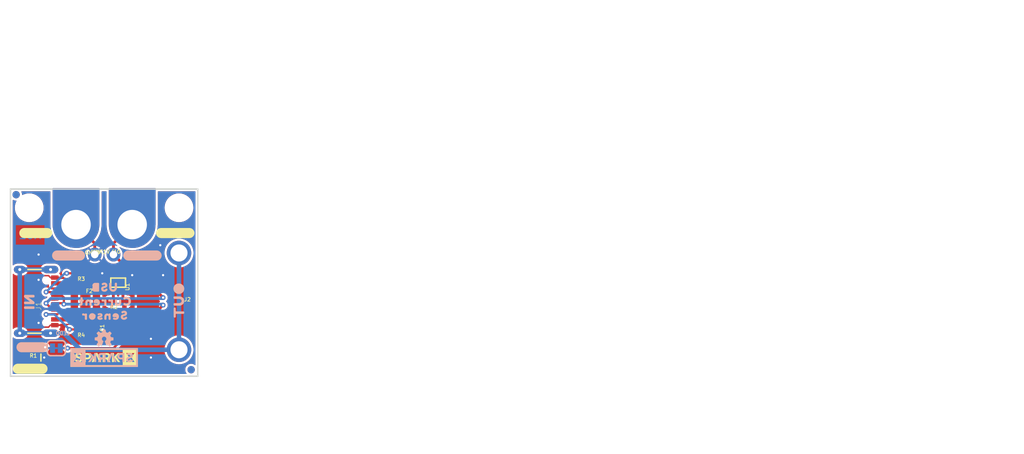
<source format=kicad_pcb>
(kicad_pcb (version 20211014) (generator pcbnew)
  (layers (0 "F.Cu" signal) (31 "B.Cu" signal) (34 "B.Paste" user) (35 "F.Paste" user) (36 "B.SilkS" user "B.Silkscreen") (37 "F.SilkS" user "F.Silkscreen") (38 "B.Mask" user) (39 "F.Mask" user) (44 "Edge.Cuts" user))
  (net 0 "")
  (net 1 "GND")
  (net 2 "N$3")
  (net 3 "N$4")
  (net 4 "VOUT")
  (net 5 "5V")
  (net 6 "USB_D-")
  (net 7 "USB_D+")
  (net 8 "N$10")
  (net 9 "N$11")
  (net 10 "N$19")
  (net 11 "SHLD")
  (net 12 "1V/A")
  (footprint "eagleBoard:0603" (layer "F.Cu") (at 149.5171 110.5916 -90)
    (fp_text reference "C1" (at 0 1.27 90) (layer "F.SilkS") (effects (font (size 0.512064 0.512064) (thickness 0.097536)) (justify right)))
    (fp_text value "0.1uF" hide)
    (pad "1" smd roundrect (at -0.85 0 270) (size 1.1 1) (layers "F.Cu" "F.Paste" "F.Mask") (roundrect_rratio 0.0508) (net 5 "5V"))
    (pad "2" smd roundrect (at 0.85 0 270) (size 1.1 1) (layers "F.Cu" "F.Paste" "F.Mask") (roundrect_rratio 0.0508) (net 1 "GND"))
  )
  (footprint "eagleBoard:#1V#A#0" (layer "F.Cu") (at 158.1531 98.2726)
    (fp_text reference "U$5" hide)
    (fp_text value "" hide)
  )
  (footprint "eagleBoard:SC70" (layer "F.Cu") (at 150.4061 105.0036 180)
    (fp_text reference "U1" (at -1.27 0 90) (layer "F.SilkS") (effects (font (size 0.512064 0.512064) (thickness 0.097536)) (justify right)))
    (fp_text value "INA290A1(20V/V)" hide)
    (pad "1" smd roundrect (at -0.65 0.825 180) (size 0.4 0.75) (layers "F.Cu" "F.Mask") (roundrect_rratio 0.127) (net 12 "1V/A"))
    (pad "2" smd roundrect (at 0 0.825 180) (size 0.4 0.75) (layers "F.Cu" "F.Mask") (roundrect_rratio 0.127) (net 1 "GND"))
    (pad "3" smd roundrect (at 0.65 0.825 180) (size 0.4 0.75) (layers "F.Cu" "F.Mask") (roundrect_rratio 0.127) (net 5 "5V"))
    (pad "4" smd roundrect (at 0.65 -0.825 180) (size 0.4 0.75) (layers "F.Cu" "F.Mask") (roundrect_rratio 0.127) (net 5 "5V"))
    (pad "5" smd roundrect (at -0.65 -0.825 180) (size 0.4 0.75) (layers "F.Cu" "F.Mask") (roundrect_rratio 0.127) (net 4 "VOUT"))
  )
  (footprint "eagleBoard:SPARKX-MEDIUM" (layer "F.Cu") (at 148.5011 115.1636)
    (fp_text reference "U$1" hide)
    (fp_text value "SPARKX-LOGO4" hide)
  )
  (footprint "eagleBoard:1210" (layer "F.Cu") (at 145.9611 107.5436)
    (fp_text reference "F2" (at 0 -1.397) (layer "F.SilkS") (effects (font (size 0.512064 0.512064) (thickness 0.097536)) (justify left)))
    (fp_text value "6V/2A")
    (pad "1" smd roundrect (at -1.5 0) (size 1 2.8) (layers "F.Cu" "F.Paste" "F.Mask") (roundrect_rratio 0.0508) (net 10 "N$19"))
    (pad "2" smd roundrect (at 1.5 0) (size 1 2.8) (layers "F.Cu" "F.Paste" "F.Mask") (roundrect_rratio 0.0508) (net 5 "5V"))
  )
  (footprint "eagleBoard:FIDUCIAL-1X2" (layer "F.Cu") (at 160.3121 116.8146)
    (fp_text reference "JP2" hide)
    (fp_text value "FIDUCIAL1X2" hide)
    (pad "1" smd roundrect (at 0 0) (size 1 1) (layers "F.Cu" "F.Mask") (roundrect_rratio 0.5))
  )
  (footprint "eagleBoard:0603" (layer "F.Cu") (at 145.9611 111.3536 180)
    (fp_text reference "R4" (at 0 -0.762) (layer "F.SilkS") (effects (font (size 0.512064 0.512064) (thickness 0.097536)) (justify right)))
    (fp_text value "5.1k")
    (pad "1" smd roundrect (at -0.85 0 180) (size 1.1 1) (layers "F.Cu" "F.Paste" "F.Mask") (roundrect_rratio 0.0508) (net 1 "GND"))
    (pad "2" smd roundrect (at 0.85 0 180) (size 1.1 1) (layers "F.Cu" "F.Paste" "F.Mask") (roundrect_rratio 0.0508) (net 9 "N$11"))
  )
  (footprint "eagleBoard:STAND-OFF" (layer "F.Cu") (at 138.3411 94.8436 180)
    (fp_text reference "JP4" hide)
    (fp_text value "STAND-OFF" hide)
    (pad "" np_thru_hole circle (at 0 0 180) (size 3.302 3.302) (drill 3.302) (layers *.Cu *.Mask))
  )
  (footprint "eagleBoard:1X01_NO_SILK" (layer "F.Cu") (at 149.7711 101.1936 180)
    (fp_text reference "UNK1V/A0" (at -1.016 0.381) (layer "F.SilkS") (effects (font (size 0.512064 0.512064) (thickness 0.097536)) (justify right)))
    (fp_text value "")
    (pad "1" thru_hole circle (at 0 0 270) (size 1.8796 1.8796) (drill 1.016) (layers *.Cu *.Mask) (net 12 "1V/A"))
  )
  (footprint "eagleBoard:ORDERING_INSTRUCTIONS" (layer "F.Cu") (at 170.0911 66.9036)
    (fp_text reference "LOGO2" hide)
    (fp_text value "SPECIAL_INSTRUCTIONS-ORDERING" hide)
  )
  (footprint "eagleBoard:USB-C-16P_4LAYER-PADS" (layer "F.Cu") (at 142.1511 107.5436 -90)
    (fp_text reference "J1" (at 0 2.54 90) (layer "F.SilkS") (effects (font (size 0.705917 0.705917) (thickness 0.056083)) (justify right)))
    (fp_text value "")
    (fp_poly (pts (xy 4.448715 -0.122834) (xy 4.570522 -0.07238) (xy 4.675119 0.007881) (xy 4.75538 0.112478) (xy 4.805834 0.234285) (xy 4.823 0.364672) (xy 4.823 1.465328) (xy 4.805834 1.595715) (xy 4.75538 1.717522) (xy 4.675119 1.822119) (xy 4.570522 1.90238) (xy 4.448715 1.952834) (xy 4.318 1.970043) (xy 4.187285 1.952834) (xy 4.065478 1.90238) (xy 3.960881 1.822119) (xy 3.880415 1.717255) (xy 3.813 1.465658) (xy 3.813 0.364672) (xy 3.830166 0.234285) (xy 3.88062 0.112478) (xy 3.960881 0.007881) (xy 4.065745 -0.072585) (xy 4.317667 -0.140087)) (layer "F.Cu") (width 0) (fill solid))
    (fp_poly (pts (xy -4.187285 4.307166) (xy -4.065478 4.35762) (xy -3.960881 4.437881) (xy -3.88062 4.542478) (xy -3.830166 4.664285) (xy -3.813 4.794672) (xy -3.813 5.395328) (xy -3.830166 5.525715) (xy -3.88062 5.647522) (xy -3.960881 5.752119) (xy -4.065478 5.83238) (xy -4.187285 5.882834) (xy -4.318 5.900043) (xy -4.448715 5.882834) (xy -4.570522 5.83238) (xy -4.675119 5.752119) (xy -4.755585 5.647255) (xy -4.823 5.395658) (xy -4.823 4.794672) (xy -4.805834 4.664285) (xy -4.75538 4.542478) (xy -4.675119 4.437881) (xy -4.570255 4.357415) (xy -4.318333 4.289913)) (layer "F.Cu") (width 0) (fill solid))
    (fp_poly (pts (xy -4.187285 -0.122834) (xy -4.065478 -0.07238) (xy -3.960881 0.007881) (xy -3.88062 0.112478) (xy -3.830166 0.234285) (xy -3.813 0.364672) (xy -3.813 1.465328) (xy -3.830166 1.595715) (xy -3.88062 1.717522) (xy -3.960881 1.822119) (xy -4.065478 1.90238) (xy -4.187285 1.952834) (xy -4.318 1.970043) (xy -4.448715 1.952834) (xy -4.570522 1.90238) (xy -4.675119 1.822119) (xy -4.755585 1.717255) (xy -4.823 1.465658) (xy -4.823 0.364672) (xy -4.805834 0.234285) (xy -4.75538 0.112478) (xy -4.675119 0.007881) (xy -4.570255 -0.072585) (xy -4.318333 -0.140087)) (layer "F.Cu") (width 0) (fill solid))
    (fp_poly (pts (xy 4.448715 4.307166) (xy 4.570522 4.35762) (xy 4.675119 4.437881) (xy 4.75538 4.542478) (xy 4.805834 4.664285) (xy 4.823 4.794672) (xy 4.823 5.395328) (xy 4.805834 5.525715) (xy 4.75538 5.647522) (xy 4.675119 5.752119) (xy 4.570522 5.83238) (xy 4.448715 5.882834) (xy 4.318 5.900043) (xy 4.187285 5.882834) (xy 4.065478 5.83238) (xy 3.960881 5.752119) (xy 3.880415 5.647255) (xy 3.813 5.395658) (xy 3.813 4.794672) (xy 3.830166 4.664285) (xy 3.88062 4.542478) (xy 3.960881 4.437881) (xy 4.065745 4.357415) (xy 4.317667 4.289913)) (layer "F.Cu") (width 0) (fill solid))
    (fp_poly (pts (xy 4.448715 -0.122834) (xy 4.570522 -0.07238) (xy 4.675119 0.007881) (xy 4.75538 0.112478) (xy 4.805834 0.234285) (xy 4.823 0.364672) (xy 4.823 1.465328) (xy 4.805834 1.595715) (xy 4.75538 1.717522) (xy 4.675119 1.822119) (xy 4.570522 1.90238) (xy 4.448715 1.952834) (xy 4.317667 1.970087) (xy 4.065745 1.902585) (xy 3.960881 1.822119) (xy 3.88062 1.717522) (xy 3.830166 1.595715) (xy 3.813 1.465328) (xy 3.813 0.364672) (xy 3.830166 0.234285) (xy 3.88062 0.112478) (xy 3.960881 0.007881) (xy 4.065478 -0.07238) (xy 4.187285 -0.122834) (xy 4.318 -0.140043)) (layer "B.Cu") (width 0) (fill solid))
    (fp_poly (pts (xy -4.187285 -0.122834) (xy -4.065478 -0.07238) (xy -3.960881 0.007881) (xy -3.88062 0.112478) (xy -3.830166 0.234285) (xy -3.813 0.364672) (xy -3.813 1.465328) (xy -3.830166 1.595715) (xy -3.88062 1.717522) (xy -3.960881 1.822119) (xy -4.065478 1.90238) (xy -4.187285 1.952834) (xy -4.318333 1.970087) (xy -4.570255 1.902585) (xy -4.675119 1.822119) (xy -4.75538 1.717522) (xy -4.805834 1.595715) (xy -4.823 1.465328) (xy -4.823 0.364672) (xy -4.805834 0.234285) (xy -4.75538 0.112478) (xy -4.675119 0.007881) (xy -4.570522 -0.07238) (xy -4.448715 -0.122834) (xy -4.318 -0.140043)) (layer "B.Cu") (width 0) (fill solid))
    (fp_poly (pts (xy -4.187285 4.307166) (xy -4.065478 4.35762) (xy -3.960881 4.437881) (xy -3.88062 4.542478) (xy -3.830166 4.664285) (xy -3.813 4.794672) (xy -3.813 5.395328) (xy -3.830166 5.525715) (xy -3.88062 5.647522) (xy -3.960881 5.752119) (xy -4.065478 5.83238) (xy -4.187285 5.882834) (xy -4.318333 5.900087) (xy -4.570255 5.832585) (xy -4.675119 5.752119) (xy -4.75538 5.647522) (xy -4.805834 5.525715) (xy -4.823 5.395328) (xy -4.823 4.794672) (xy -4.805834 4.664285) (xy -4.75538 4.542478) (xy -4.675119 4.437881) (xy -4.570522 4.35762) (xy -4.448715 4.307166) (xy -4.318 4.289957)) (layer "B.Cu") (width 0) (fill solid))
    (fp_poly (pts (xy 4.448715 4.307166) (xy 4.570522 4.35762) (xy 4.675119 4.437881) (xy 4.75538 4.542478) (xy 4.805834 4.664285) (xy 4.823 4.794672) (xy 4.823 5.395328) (xy 4.805834 5.525715) (xy 4.75538 5.647522) (xy 4.675119 5.752119) (xy 4.570522 5.83238) (xy 4.448715 5.882834) (xy 4.317667 5.900087) (xy 4.065745 5.832585) (xy 3.960881 5.752119) (xy 3.88062 5.647522) (xy 3.830166 5.525715) (xy 3.813 5.395328) (xy 3.813 4.794672) (xy 3.830166 4.664285) (xy 3.88062 4.542478) (xy 3.960881 4.437881) (xy 4.065478 4.35762) (xy 4.187285 4.307166) (xy 4.318 4.289957)) (layer "B.Cu") (width 0) (fill solid))
    (pad "" np_thru_hole circle (at -2.89 1.445 270) (size 0.65 0.65) (drill 0.65) (layers *.Cu *.Mask))
    (pad "" np_thru_hole circle (at 2.89 1.445 270) (size 0.65 0.65) (drill 0.65) (layers *.Cu *.Mask))
    (pad "A5" smd roundrect (at -1.25 0.34 90) (size 0.3 1) (layers "F.Cu" "F.Paste" "F.Mask") (roundrect_rratio 0.1693333333) (net 8 "N$10"))
    (pad "A6" smd roundrect (at -0.25 0.34 90) (size 0.3 1) (layers "F.Cu" "F.Paste" "F.Mask") (roundrect_rratio 0.1693333333) (net 7 "USB_D+"))
    (pad "A7" smd roundrect (at 0.25 0.34 270) (size 0.3 1) (layers "F.Cu" "F.Paste" "F.Mask") (roundrect_rratio 0.1693333333) (net 6 "USB_D-"))
    (pad "A8" smd roundrect (at 1.25 0.34 270) (size 0.3 1) (layers "F.Cu" "F.Paste" "F.Mask") (roundrect_rratio 0.1693333333))
    (pad "B5" smd roundrect (at 1.75 0.34 270) (size 0.3 1) (layers "F.Cu" "F.Paste" "F.Mask") (roundrect_rratio 0.1693333333) (net 9 "N$11"))
    (pad "B6" smd roundrect (at 0.75 0.34 270) (size 0.3 1) (layers "F.Cu" "F.Paste" "F.Mask") (roundrect_rratio 0.1693333333) (net 7 "USB_D+"))
    (pad "B7" smd roundrect (at -0.75 0.34 90) (size 0.3 1) (layers "F.Cu" "F.Paste" "F.Mask") (roundrect_rratio 0.1693333333) (net 6 "USB_D-"))
    (pad "B8" smd roundrect (at -1.75 0.34 90) (size 0.3 1) (layers "F.Cu" "F.Paste" "F.Mask") (roundrect_rratio 0.1693333333))
    (pad "GND" smd roundrect (at -3.225 0.34 90) (size 0.6 1) (layers "F.Cu" "F.Paste" "F.Mask") (roundrect_rratio 0.08466666667) (net 1 "GND"))
    (pad "GND2" smd roundrect (at 3.225 0.34 270) (size 0.6 1) (layers "F.Cu" "F.Paste" "F.Mask") (roundrect_rratio 0.08466666667) (net 1 "GND"))
    (pad "SHLD1" thru_hole oval (at -4.318 0.915) (size 1.2 0.6) (drill 0.4) (layers *.Cu) (net 11 "SHLD"))
    (pad "SHLD2" thru_hole oval (at 4.318 0.915) (size 1.2 0.6) (drill 0.4) (layers *.Cu) (net 11 "SHLD"))
    (pad "SHLD3" thru_hole oval (at -4.318 5.095) (size 1.2 0.6) (drill 0.4) (layers *.Cu) (net 11 "SHLD"))
    (pad "SHLD4" thru_hole oval (at 4.318 5.095) (size 1.2 0.6) (drill 0.4) (layers *.Cu) (net 11 "SHLD"))
    (pad "VBUS1" smd roundrect (at -2.45 0.34 90) (size 0.6 1) (layers "F.Cu" "F.Paste" "F.Mask") (roundrect_rratio 0.08466666667) (net 10 "N$19"))
    (pad "VBUS2" smd roundrect (at 2.45 0.34 270) (size 0.6 1) (layers "F.Cu" "F.Paste" "F.Mask") (roundrect_rratio 0.08466666667) (net 10 "N$19"))
  )
  (footprint "eagleBoard:#PWR#0" (layer "F.Cu") (at 138.4681 116.6876)
    (fp_text reference "U$13" hide)
    (fp_text value "" hide)
  )
  (footprint "eagleBoard:0603" (layer "F.Cu") (at 138.3411 113.6396)
    (fp_text reference "R1" (at 0 1.27) (layer "F.SilkS") (effects (font (size 0.512064 0.512064) (thickness 0.097536)) (justify left)))
    (fp_text value "2.2k" hide)
    (pad "1" smd roundrect (at -0.85 0) (size 1.1 1) (layers "F.Cu" "F.Paste" "F.Mask") (roundrect_rratio 0.0508) (net 2 "N$3"))
    (pad "2" smd roundrect (at 0.85 0) (size 1.1 1) (layers "F.Cu" "F.Paste" "F.Mask") (roundrect_rratio 0.0508) (net 3 "N$4"))
  )
  (footprint "eagleBoard:0603" (layer "F.Cu") (at 145.9611 103.7336 180)
    (fp_text reference "R3" (at 0 -0.762) (layer "F.SilkS") (effects (font (size 0.512064 0.512064) (thickness 0.097536)) (justify right)))
    (fp_text value "5.1k")
    (pad "1" smd roundrect (at -0.85 0 180) (size 1.1 1) (layers "F.Cu" "F.Paste" "F.Mask") (roundrect_rratio 0.0508) (net 1 "GND"))
    (pad "2" smd roundrect (at 0.85 0 180) (size 1.1 1) (layers "F.Cu" "F.Paste" "F.Mask") (roundrect_rratio 0.0508) (net 8 "N$10"))
  )
  (footprint "eagleBoard:TAB_GATOR_MINI" (layer "F.Cu") (at 144.6911 92.3036 180)
    (fp_text reference "J4" hide)
    (fp_text value "TAB_GATOR_MINI" hide)
    (fp_poly (pts (xy 0.703108 -7.922582) (xy 1.048702 -7.823018) (xy 1.377668 -7.686756) (xy 1.689309 -7.514518) (xy 1.979705 -7.308471) (xy 2.245205 -7.071205) (xy 2.482471 -6.805705) (xy 2.688518 -6.515309) (xy 2.860756 -6.203668) (xy 2.997018 -5.874702) (xy 3.095591 -5.532549) (xy 3.155235 -5.18151) (xy 3.175 -4.829563) (xy 3.175 0.127) (xy -3.175 0.127) (xy -3.175 -4.833132) (xy -3.096582 -5.529108) (xy -2.997018 -5.874702) (xy -2.860756 -6.203668) (xy -2.688518 -6.515309) (xy -2.482471 -6.805705) (xy -2.245205 -7.071205) (xy -1.979705 -7.308471) (xy -1.689309 -7.514518) (xy -1.377668 -7.686756) (xy -1.048702 -7.823018) (xy -0.706549 -7.921591) (xy -0.35551 -7.981235) (xy 0.003575 -8.001401)) (layer "F.Cu") (width 0) (fill solid))
    (fp_poly (pts (xy 0.703108 -7.922582) (xy 1.048702 -7.823018) (xy 1.377668 -7.686756) (xy 1.689309 -7.514518) (xy 1.979705 -7.308471) (xy 2.245205 -7.071205) (xy 2.482471 -6.805705) (xy 2.688518 -6.515309) (xy 2.860756 -6.203668) (xy 2.997018 -5.874702) (xy 3.095591 -5.532549) (xy 3.155235 -5.18151) (xy 3.175 -4.829563) (xy 3.175 0.127) (xy -3.175 0.127) (xy -3.175 -4.833132) (xy -3.096582 -5.529108) (xy -2.997018 -5.874702) (xy -2.860756 -6.203668) (xy -2.688518 -6.515309) (xy -2.482471 -6.805705) (xy -2.245205 -7.071205) (xy -1.979705 -7.308471) (xy -1.689309 -7.514518) (xy -1.377668 -7.686756) (xy -1.048702 -7.823018) (xy -0.706549 -7.921591) (xy -0.35551 -7.981235) (xy 0.003575 -8.001401)) (layer "B.Cu") (width 0) (fill solid))
    (pad "P1" thru_hole circle (at 0 -4.826 180) (size 5.08 5.08) (drill 4.0005) (layers *.Cu *.Mask) (net 1 "GND"))
  )
  (footprint "eagleBoard:TAB_GATOR_MINI" (layer "F.Cu") (at 152.3111 92.3036 180)
    (fp_text reference "J3" hide)
    (fp_text value "TAB_GATOR_MINI" hide)
    (fp_poly (pts (xy 0.703108 -7.922582) (xy 1.048702 -7.823018) (xy 1.377668 -7.686756) (xy 1.689309 -7.514518) (xy 1.979705 -7.308471) (xy 2.245205 -7.071205) (xy 2.482471 -6.805705) (xy 2.688518 -6.515309) (xy 2.860756 -6.203668) (xy 2.997018 -5.874702) (xy 3.095591 -5.532549) (xy 3.155235 -5.18151) (xy 3.175 -4.829563) (xy 3.175 0.127) (xy -3.175 0.127) (xy -3.175 -4.833132) (xy -3.096582 -5.529108) (xy -2.997018 -5.874702) (xy -2.860756 -6.203668) (xy -2.688518 -6.515309) (xy -2.482471 -6.805705) (xy -2.245205 -7.071205) (xy -1.979705 -7.308471) (xy -1.689309 -7.514518) (xy -1.377668 -7.686756) (xy -1.048702 -7.823018) (xy -0.706549 -7.921591) (xy -0.35551 -7.981235) (xy 0.003575 -8.001401)) (layer "F.Cu") (width 0) (fill solid))
    (fp_poly (pts (xy 0.703108 -7.922582) (xy 1.048702 -7.823018) (xy 1.377668 -7.686756) (xy 1.689309 -7.514518) (xy 1.979705 -7.308471) (xy 2.245205 -7.071205) (xy 2.482471 -6.805705) (xy 2.688518 -6.515309) (xy 2.860756 -6.203668) (xy 2.997018 -5.874702) (xy 3.095591 -5.532549) (xy 3.155235 -5.18151) (xy 3.175 -4.829563) (xy 3.175 0.127) (xy -3.175 0.127) (xy -3.175 -4.833132) (xy -3.096582 -5.529108) (xy -2.997018 -5.874702) (xy -2.860756 -6.203668) (xy -2.688518 -6.515309) (xy -2.482471 -6.805705) (xy -2.245205 -7.071205) (xy -1.979705 -7.308471) (xy -1.689309 -7.514518) (xy -1.377668 -7.686756) (xy -1.048702 -7.823018) (xy -0.706549 -7.921591) (xy -0.35551 -7.981235) (xy 0.003575 -8.001401)) (layer "B.Cu") (width 0) (fill solid))
    (pad "P1" thru_hole circle (at 0 -4.826 180) (size 5.08 5.08) (drill 4.0005) (layers *.Cu *.Mask) (net 12 "1V/A"))
  )
  (footprint "eagleBoard:LED-0603" (layer "F.Cu") (at 138.3411 115.1636)
    (fp_text reference "D1" (at 0 1.27) (layer "F.SilkS") (effects (font (size 0.512064 0.512064) (thickness 0.097536)) (justify left)))
    (fp_text value "RED" hide)
    (pad "A" smd roundrect (at -0.877 0 270) (size 1 1) (layers "F.Cu" "F.Paste" "F.Mask") (roundrect_rratio 0.15) (net 2 "N$3"))
    (pad "C" smd roundrect (at 0.877 0 270) (size 1 1) (layers "F.Cu" "F.Paste" "F.Mask") (roundrect_rratio 0.15) (net 1 "GND"))
  )
  (footprint "eagleBoard:FIDUCIAL-1X2" (layer "F.Cu") (at 136.5631 93.0656)
    (fp_text reference "JP6" hide)
    (fp_text value "FIDUCIAL1X2" hide)
    (pad "1" smd roundrect (at 0 0) (size 1 1) (layers "F.Cu" "F.Mask") (roundrect_rratio 0.5))
  )
  (footprint "eagleBoard:0603" (layer "F.Cu") (at 150.4061 107.5436 180)
    (fp_text reference "R2" (at 0 -0.762) (layer "F.SilkS") (effects (font (size 0.512064 0.512064) (thickness 0.097536)) (justify right)))
    (fp_text value "0.05")
    (pad "1" smd roundrect (at -0.85 0 180) (size 1.1 1) (layers "F.Cu" "F.Paste" "F.Mask") (roundrect_rratio 0.0508) (net 4 "VOUT"))
    (pad "2" smd roundrect (at 0.85 0 180) (size 1.1 1) (layers "F.Cu" "F.Paste" "F.Mask") (roundrect_rratio 0.0508) (net 5 "5V"))
  )
  (footprint "eagleBoard:CREATIVE_COMMONS" (layer "F.Cu") (at 190.4111 127.8636)
    (fp_text reference "FRAME1" hide)
    (fp_text value "FRAME-LETTER" hide)
  )
  (footprint "eagleBoard:1X01_NO_SILK" (layer "F.Cu") (at 147.2311 101.1936 180)
    (fp_text reference "GND0" (at -0.762 0.254) (layer "F.SilkS") (effects (font (size 0.512064 0.512064) (thickness 0.097536)) (justify right)))
    (fp_text value "")
    (pad "1" thru_hole circle (at 0 0 270) (size 1.8796 1.8796) (drill 1.016) (layers *.Cu *.Mask) (net 1 "GND"))
  )
  (footprint "eagleBoard:#GND#0" (layer "F.Cu") (at 139.2301 98.2726)
    (fp_text reference "U$3" hide)
    (fp_text value "" hide)
  )
  (footprint "eagleBoard:STAND-OFF" (layer "F.Cu") (at 158.6611 94.8436 180)
    (fp_text reference "JP3" hide)
    (fp_text value "STAND-OFF" hide)
    (pad "" np_thru_hole circle (at 0 0 180) (size 3.302 3.302) (drill 3.302) (layers *.Cu *.Mask))
  )
  (footprint "eagleBoard:USB-A-S-NOSILK-FEMALE" (layer "F.Cu") (at 161.2011 107.5436 180)
    (fp_text reference "J2" (at 0.889 0.254) (layer "F.SilkS") (effects (font (size 0.512064 0.512064) (thickness 0.097536)) (justify right)))
    (fp_text value "USB_A_FEMALE")
    (pad "D+" smd roundrect (at 6.752 1 180) (size 3 0.9) (layers "F.Cu" "F.Paste" "F.Mask") (roundrect_rratio 0.05644444444) (net 7 "USB_D+"))
    (pad "D-" smd roundrect (at 6.752 -1 180) (size 3 0.9) (layers "F.Cu" "F.Paste" "F.Mask") (roundrect_rratio 0.05644444444) (net 6 "USB_D-"))
    (pad "GND" smd roundrect (at 6.752 3.5 180) (size 3 0.9) (layers "F.Cu" "F.Paste" "F.Mask") (roundrect_rratio 0.05644444444) (net 1 "GND"))
    (pad "SHLD1" thru_hole circle (at 2.54 6.5659 90) (size 3.3274 3.3274) (drill 2.3114) (layers *.Cu *.Mask) (net 11 "SHLD"))
    (pad "SHLD2" thru_hole circle (at 2.54 -6.5659 90) (size 3.3274 3.3274) (drill 2.3114) (layers *.Cu *.Mask) (net 11 "SHLD"))
    (pad "VBUS" smd roundrect (at 6.752 -3.5 180) (size 3 0.9) (layers "F.Cu" "F.Paste" "F.Mask") (roundrect_rratio 0.05644444444) (net 4 "VOUT"))
  )
  (footprint "eagleBoard:#1V#A#0" (layer "B.Cu") (at 153.7081 101.3206 180)
    (fp_text reference "U$6" hide)
    (fp_text value "" hide)
  )
  (footprint "eagleBoard:SENSOR0" (layer "B.Cu") (at 148.5011 109.4486 180)
    (fp_text reference "U$9" hide)
    (fp_text value "" hide)
  )
  (footprint "eagleBoard:USB0" (layer "B.Cu") (at 148.5011 105.6386 180)
    (fp_text reference "U$7" hide)
    (fp_text value "" hide)
  )
  (footprint "eagleBoard:#GND#0" (layer "B.Cu") (at 143.6751 101.3206 180)
    (fp_text reference "U$4" hide)
    (fp_text value "" hide)
  )
  (footprint "eagleBoard:IN0" (layer "B.Cu") (at 138.3411 107.5436 90)
    (fp_text reference "U$10" hide)
    (fp_text value "" hide)
  )
  (footprint "eagleBoard:OUT0" (layer "B.Cu") (at 158.6611 107.5436 -90)
    (fp_text reference "U$11" hide)
    (fp_text value "" hide)
  )
  (footprint "eagleBoard:CURRENT0" (layer "B.Cu") (at 148.5011 107.5436 180)
    (fp_text reference "U$8" hide)
    (fp_text value "" hide)
  )
  (footprint "eagleBoard:FIDUCIAL-1X2" (layer "B.Cu") (at 160.3121 116.8146 180)
    (fp_text reference "JP5" hide)
    (fp_text value "FIDUCIAL1X2" hide)
    (pad "1" smd roundrect (at 0 0 180) (size 1 1) (layers "B.Cu" "B.Mask") (roundrect_rratio 0.5))
  )
  (footprint "eagleBoard:SPARKX-MEDIUM" (layer "B.Cu") (at 148.5011 115.1636 180)
    (fp_text reference "U$2" hide)
    (fp_text value "SPARKX-LOGO4" hide)
  )
  (footprint "eagleBoard:FIDUCIAL-1X2" (layer "B.Cu") (at 136.5631 93.0656 180)
    (fp_text reference "JP1" hide)
    (fp_text value "FIDUCIAL1X2" hide)
    (pad "1" smd roundrect (at 0 0 180) (size 1 1) (layers "B.Cu" "B.Mask") (roundrect_rratio 0.5))
  )
  (footprint "eagleBoard:#LED#0" (layer "B.Cu") (at 138.7221 113.7666 180)
    (fp_text reference "U$14" hide)
    (fp_text value "" hide)
  )
  (footprint "eagleBoard:SMT-JUMPER_2_NC_TRACE_SILK" (layer "B.Cu") (at 142.0241 113.8936)
    (fp_text reference "LED0" (at -0.127 -2.032) (layer "B.SilkS") (effects (font (size 0.512064 0.512064) (thickness 0.097536)) (justify right mirror)))
    (fp_text value "" hide)
    (fp_poly (pts (xy 0.1905 -0.13335) (xy -0.70485 -0.13335) (xy -0.70485 0.13335) (xy 0.1905 0.13335)) (layer "B.Cu") (width 0) (fill solid))
    (pad "1" smd roundrect (at -0.5207 0) (size 0.6604 1.27) (layers "B.Cu" "B.Mask") (roundrect_rratio 0.07692307692) (net 3 "N$4"))
    (pad "2" smd roundrect (at 0.5207 0) (size 0.6604 1.27) (layers "B.Cu" "B.Mask") (roundrect_rratio 0.07692307692) (net 5 "5V"))
  )
  (footprint "eagleBoard:OSHW-LOGO-MINI" (layer "B.Cu") (at 148.5011 112.6236 180)
    (fp_text reference "LOGO1" hide)
    (fp_text value "OSHW-LOGOMINI" hide)
  )
  (gr_line (start 161.2011 92.3036) (end 161.2011 117.7036) (layer "Edge.Cuts") (width 0.2032))
  (gr_line (start 135.8011 117.7036) (end 135.8011 92.3036) (layer "Edge.Cuts") (width 0.2032))
  (gr_line (start 135.8011 92.3036) (end 161.2011 92.3036) (layer "Edge.Cuts") (width 0.2032))
  (gr_line (start 161.2011 117.7036) (end 135.8011 117.7036) (layer "Edge.Cuts") (width 0.2032))
  (gr_text "X01" (at 138.4681 98.5266) (layer "B.Cu") (effects (font (size 1.0795 1.0795) (thickness 0.1905)) (justify mirror)))
  (segment (start 147.2311 99.6696) (end 144.6911 97.1296) (width 0.381) (layer "F.Cu") (net 1))
  (segment (start 140.956456 104.0492) (end 140.1845 104.0492) (width 0.2032) (layer "F.Cu") (net 1))
  (segment (start 141.8111 110.7686) (end 141.225856 110.7686) (width 0.2032) (layer "F.Cu") (net 1))
  (segment (start 140.1845 111.038) (end 139.6111 110.4646) (width 0.2032) (layer "F.Cu") (net 1))
  (segment (start 141.225856 104.3186) (end 140.956456 104.0492) (width 0.2032) (layer "F.Cu") (net 1))
  (segment (start 141.8111 104.3186) (end 141.225856 104.3186) (width 0.2032) (layer "F.Cu") (net 1))
  (segment (start 140.1845 104.0492) (end 139.6111 104.6226) (width 0.2032) (layer "F.Cu") (net 1))
  (segment (start 140.956456 111.038) (end 140.1845 111.038) (width 0.2032) (layer "F.Cu") (net 1))
  (segment (start 147.2311 101.1936) (end 147.2311 99.6696) (width 0.381) (layer "F.Cu") (net 1))
  (segment (start 141.225856 110.7686) (end 140.956456 111.038) (width 0.2032) (layer "F.Cu") (net 1))
  (via (at 154.8511 115.1636) (size 0.6556) (drill 0.3) (layers "F.Cu" "B.Cu") (net 1))
  (via (at 156.1211 99.9236) (size 0.6556) (drill 0.3) (layers "F.Cu" "B.Cu") (net 1))
  (via (at 154.8511 112.6236) (size 0.6556) (drill 0.3) (layers "F.Cu" "B.Cu") (net 1))
  (via (at 139.6111 104.6226) (size 0.6556) (drill 0.3) (layers "F.Cu" "B.Cu") (net 1))
  (via (at 140.3731 115.1636) (size 0.6556) (drill 0.3) (layers "F.Cu" "B.Cu") (net 1))
  (via (at 148.2471 103.7336) (size 0.6556) (drill 0.3) (layers "F.Cu" "B.Cu") (net 1))
  (via (at 152.3111 103.9876) (size 0.6556) (drill 0.3) (layers "F.Cu" "B.Cu") (net 1))
  (via (at 139.6111 110.4646) (size 0.6556) (drill 0.3) (layers "F.Cu" "B.Cu") (net 1))
  (via (at 156.5021 103.9876) (size 0.6556) (drill 0.3) (layers "F.Cu" "B.Cu") (net 1))
  (via (at 139.6111 101.1936) (size 0.6556) (drill 0.3) (layers "F.Cu" "B.Cu") (net 1))
  (via (at 148.2471 111.3536) (size 0.6556) (drill 0.3) (layers "F.Cu" "B.Cu") (net 1))
  (segment (start 137.4641 113.6666) (end 137.4911 113.6396) (width 0.3048) (layer "F.Cu") (net 2))
  (segment (start 137.4641 115.1636) (end 137.4641 113.6666) (width 0.3048) (layer "F.Cu") (net 2))
  (segment (start 140.3731 113.6396) (end 139.1911 113.6396) (width 0.3048) (layer "F.Cu") (net 3))
  (segment (start 140.3731 113.6396) (end 140.5001 113.7666) (width 0.3048) (layer "F.Cu") (net 3))
  (via (at 140.5001 113.7666) (size 0.6556) (drill 0.3) (layers "F.Cu" "B.Cu") (net 3))
  (segment (start 141.5034 113.8936) (end 140.6271 113.8936) (width 0.3048) (layer "B.Cu") (net 3))
  (segment (start 140.5001 113.7666) (end 140.6271 113.8936) (width 0.3048) (layer "B.Cu") (net 3))
  (segment (start 152.5091 111.0436) (end 154.4491 111.0436) (width 0.6096) (layer "F.Cu") (net 4))
  (segment (start 151.2561 109.7906) (end 152.5091 111.0436) (width 0.6096) (layer "F.Cu") (net 4))
  (segment (start 151.0561 105.8286) (end 151.0561 107.3436) (width 0.381) (layer "F.Cu") (net 4))
  (segment (start 151.2561 107.5436) (end 151.2561 109.7906) (width 0.6096) (layer "F.Cu") (net 4))
  (segment (start 151.0561 107.3436) (end 151.2561 107.5436) (width 0.381) (layer "F.Cu") (net 4))
  (segment (start 143.546559 113.895141) (end 143.5481 113.8936) (width 0.3048) (layer "F.Cu") (net 5))
  (segment (start 151.0411 112.6236) (end 151.0411 110.5916) (width 0.3048) (layer "F.Cu") (net 5))
  (segment (start 149.7561 105.8286) (end 149.7561 107.3436) (width 0.381) (layer "F.Cu") (net 5))
  (segment (start 147.4611 107.5436) (end 149.5561 107.5436) (width 0.6096) (layer "F.Cu") (net 5))
  (segment (start 151.0411 110.5916) (end 150.1911 109.7416) (width 0.3048) (layer "F.Cu") (net 5))
  (segment (start 149.5171 109.7416) (end 149.5171 107.5826) (width 0.3048) (layer "F.Cu") (net 5))
  (segment (start 149.7561 105.8286) (end 149.7561 104.1786) (width 0.381) (layer "F.Cu") (net 5))
  (segment (start 149.7711 113.8936) (end 151.0411 112.6236) (width 0.3048) (layer "F.Cu") (net 5))
  (segment (start 149.7561 107.3436) (end 149.5561 107.5436) (width 0.381) (layer "F.Cu") (net 5))
  (segment (start 149.5171 107.5826) (end 149.5561 107.5436) (width 0.3048) (layer "F.Cu") (net 5))
  (segment (start 150.1911 109.7416) (end 149.5171 109.7416) (width 0.3048) (layer "F.Cu") (net 5))
  (segment (start 143.5481 113.8936) (end 149.7711 113.8936) (width 0.3048) (layer "F.Cu") (net 5))
  (via (at 143.546559 113.895141) (size 0.6556) (drill 0.3) (layers "F.Cu" "B.Cu") (net 5))
  (segment (start 143.546559 113.895141) (end 142.54634 113.895141) (width 0.3048) (layer "B.Cu") (net 5))
  (segment (start 142.5448 113.8936) (end 142.54634 113.895141) (width 0.3048) (layer "B.Cu") (net 5))
  (segment (start 142.7981 106.7936) (end 143.0401 107.0356) (width 0.3048) (layer "F.Cu") (net 6))
  (segment (start 143.0401 107.9246) (end 142.9091 107.7936) (width 0.3048) (layer "F.Cu") (net 6))
  (segment (start 156.0101 108.5436) (end 156.5021 108.0516) (width 0.381) (layer "F.Cu") (net 6))
  (segment (start 154.4491 108.5436) (end 156.0101 108.5436) (width 0.381) (layer "F.Cu") (net 6))
  (segment (start 143.0401 107.0356) (end 143.0401 107.9246) (width 0.3048) (layer "F.Cu") (net 6))
  (segment (start 141.8111 106.7936) (end 142.7981 106.7936) (width 0.3048) (layer "F.Cu") (net 6))
  (segment (start 142.9091 107.7936) (end 141.8111 107.7936) (width 0.3048) (layer "F.Cu") (net 6))
  (via (at 143.0401 107.9246) (size 0.6556) (drill 0.3) (layers "F.Cu" "B.Cu") (net 6))
  (via (at 156.5021 108.0516) (size 0.6556) (drill 0.3) (layers "F.Cu" "B.Cu") (net 6))
  (segment (start 156.5021 108.0516) (end 156.3751 107.9246) (width 0.381) (layer "B.Cu") (net 6))
  (segment (start 156.3751 107.9246) (end 143.0401 107.9246) (width 0.381) (layer "B.Cu") (net 6))
  (segment (start 156.0101 106.5436) (end 156.5021 107.0356) (width 0.381) (layer "F.Cu") (net 7))
  (segment (start 141.1231 108.2936) (end 140.6271 107.7976) (width 0.3048) (layer "F.Cu") (net 7))
  (segment (start 141.8111 108.2936) (end 141.1231 108.2936) (width 0.3048) (layer "F.Cu") (net 7))
  (segment (start 140.6271 107.7976) (end 141.1311 107.2936) (width 0.3048) (layer "F.Cu") (net 7))
  (segment (start 154.4491 106.5436) (end 156.0101 106.5436) (width 0.381) (layer "F.Cu") (net 7))
  (segment (start 141.1311 107.2936) (end 141.8111 107.2936) (width 0.3048) (layer "F.Cu") (net 7))
  (via (at 140.6271 107.7976) (size 0.6556) (drill 0.3) (layers "F.Cu" "B.Cu") (net 7))
  (via (at 156.5021 107.0356) (size 0.6556) (drill 0.3) (layers "F.Cu" "B.Cu") (net 7))
  (segment (start 156.3751 107.1626) (end 141.2621 107.1626) (width 0.381) (layer "B.Cu") (net 7))
  (segment (start 156.5021 107.0356) (end 156.3751 107.1626) (width 0.381) (layer "B.Cu") (net 7))
  (segment (start 141.2621 107.1626) (end 140.6271 107.7976) (width 0.381) (layer "B.Cu") (net 7))
  (segment (start 140.6271 106.2736) (end 140.6471 106.2936) (width 0.3048) (layer "F.Cu") (net 8))
  (segment (start 145.1111 103.7336) (end 143.4211 103.7336) (width 0.3048) (layer "F.Cu") (net 8))
  (segment (start 140.6471 106.2936) (end 141.8111 106.2936) (width 0.3048) (layer "F.Cu") (net 8))
  (via (at 140.6271 106.2736) (size 0.6556) (drill 0.3) (layers "F.Cu" "B.Cu") (net 8))
  (via (at 143.4211 103.7336) (size 0.6556) (drill 0.3) (layers "F.Cu" "B.Cu") (net 8))
  (segment (start 143.1671 103.7336) (end 140.6271 106.2736) (width 0.3048) (layer "B.Cu") (net 8))
  (segment (start 143.4211 103.7336) (end 143.1671 103.7336) (width 0.3048) (layer "B.Cu") (net 8))
  (segment (start 145.1111 111.3536) (end 143.8021 111.3536) (width 0.3048) (layer "F.Cu") (net 9))
  (segment (start 140.6271 109.3216) (end 140.6551 109.2936) (width 0.3048) (layer "F.Cu") (net 9))
  (segment (start 140.6551 109.2936) (end 141.8111 109.2936) (width 0.3048) (layer "F.Cu") (net 9))
  (via (at 143.8021 111.3536) (size 0.6556) (drill 0.3) (layers "F.Cu" "B.Cu") (net 9))
  (via (at 140.6271 109.3216) (size 0.6556) (drill 0.3) (layers "F.Cu" "B.Cu") (net 9))
  (segment (start 141.7701 109.3216) (end 140.6271 109.3216) (width 0.3048) (layer "B.Cu") (net 9))
  (segment (start 143.8021 111.3536) (end 141.7701 109.3216) (width 0.3048) (layer "B.Cu") (net 9))
  (segment (start 143.8921 105.0936) (end 144.4611 105.6626) (width 0.5588) (layer "F.Cu") (net 10))
  (segment (start 141.8111 109.9936) (end 143.8921 109.9936) (width 0.5588) (layer "F.Cu") (net 10))
  (segment (start 144.4611 105.6626) (end 144.4611 107.5436) (width 0.5588) (layer "F.Cu") (net 10))
  (segment (start 143.8921 109.9936) (end 144.4611 109.4246) (width 0.5588) (layer "F.Cu") (net 10))
  (segment (start 144.4611 109.4246) (end 144.4611 107.5436) (width 0.5588) (layer "F.Cu") (net 10))
  (segment (start 141.8111 105.0936) (end 143.8921 105.0936) (width 0.5588) (layer "F.Cu") (net 10))
  (segment (start 137.0561 111.8616) (end 141.2361 111.8616) (width 0.6096) (layer "B.Cu") (net 11))
  (segment (start 141.2361 111.8616) (end 143.0401 111.8616) (width 0.6096) (layer "B.Cu") (net 11))
  (segment (start 137.0561 103.2256) (end 137.0561 111.8616) (width 0.6096) (layer "B.Cu") (net 11))
  (segment (start 158.6611 114.1095) (end 158.6611 100.9777) (width 0.6096) (layer "B.Cu") (net 11))
  (segment (start 145.288 114.1095) (end 158.6611 114.1095) (width 0.6096) (layer "B.Cu") (net 11))
  (segment (start 137.0561 103.2256) (end 141.2361 103.2256) (width 0.6096) (layer "B.Cu") (net 11))
  (segment (start 143.0401 111.8616) (end 145.288 114.1095) (width 0.6096) (layer "B.Cu") (net 11))
  (segment (start 151.0561 104.1786) (end 151.0561 102.4786) (width 0.381) (layer "F.Cu") (net 12))
  (segment (start 149.7711 99.6696) (end 152.3111 97.1296) (width 0.381) (layer "F.Cu") (net 12))
  (segment (start 151.0561 102.4786) (end 149.7711 101.1936) (width 0.381) (layer "F.Cu") (net 12))
  (segment (start 149.7711 101.1936) (end 149.7711 99.6696) (width 0.381) (layer "F.Cu") (net 12))
  (zone (net 1) (net_name "GND") (layer "F.Cu") (priority 6) (connect_pads (clearance 0.3048)) (min_thickness 0.1016) (fill yes (thermal_gap 0.2532) (thermal_bridge_width 0.2532))
    (polygon (pts (xy 161.3027 117.8052) (xy 135.6995 117.8052) (xy 135.6995 92.202) (xy 161.3027 92.202)))
  )
  (zone (net 1) (net_name "GND") (layer "B.Cu") (priority 6) (connect_pads (clearance 0.3048)) (min_thickness 0.1016) (fill yes (thermal_gap 0.2532) (thermal_bridge_width 0.2532))
    (polygon (pts (xy 161.3027 117.8052) (xy 135.6995 117.8052) (xy 135.6995 92.202) (xy 161.3027 92.202)))
  )
)
</source>
